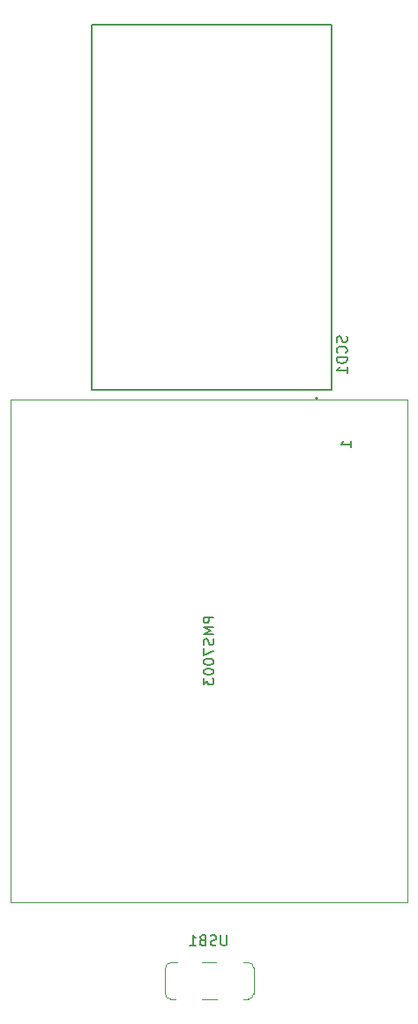
<source format=gbr>
%TF.GenerationSoftware,KiCad,Pcbnew,7.0.1*%
%TF.CreationDate,2023-06-20T23:21:37+02:00*%
%TF.ProjectId,airquality,61697271-7561-46c6-9974-792e6b696361,rev?*%
%TF.SameCoordinates,Original*%
%TF.FileFunction,Legend,Bot*%
%TF.FilePolarity,Positive*%
%FSLAX46Y46*%
G04 Gerber Fmt 4.6, Leading zero omitted, Abs format (unit mm)*
G04 Created by KiCad (PCBNEW 7.0.1) date 2023-06-20 23:21:37*
%MOMM*%
%LPD*%
G01*
G04 APERTURE LIST*
%ADD10C,0.150000*%
%ADD11C,0.120000*%
%ADD12C,0.127000*%
%ADD13C,0.200000*%
%ADD14C,1.000000*%
%ADD15R,1.800000X1.800000*%
%ADD16C,1.800000*%
%ADD17C,0.800000*%
%ADD18O,2.000000X1.000000*%
%ADD19R,1.650000X1.650000*%
%ADD20C,1.650000*%
G04 APERTURE END LIST*
D10*
%TO.C,USB1*%
X21663094Y9422381D02*
X21663094Y8612858D01*
X21663094Y8612858D02*
X21615475Y8517620D01*
X21615475Y8517620D02*
X21567856Y8470000D01*
X21567856Y8470000D02*
X21472618Y8422381D01*
X21472618Y8422381D02*
X21282142Y8422381D01*
X21282142Y8422381D02*
X21186904Y8470000D01*
X21186904Y8470000D02*
X21139285Y8517620D01*
X21139285Y8517620D02*
X21091666Y8612858D01*
X21091666Y8612858D02*
X21091666Y9422381D01*
X20663094Y8470000D02*
X20520237Y8422381D01*
X20520237Y8422381D02*
X20282142Y8422381D01*
X20282142Y8422381D02*
X20186904Y8470000D01*
X20186904Y8470000D02*
X20139285Y8517620D01*
X20139285Y8517620D02*
X20091666Y8612858D01*
X20091666Y8612858D02*
X20091666Y8708096D01*
X20091666Y8708096D02*
X20139285Y8803334D01*
X20139285Y8803334D02*
X20186904Y8850953D01*
X20186904Y8850953D02*
X20282142Y8898572D01*
X20282142Y8898572D02*
X20472618Y8946191D01*
X20472618Y8946191D02*
X20567856Y8993810D01*
X20567856Y8993810D02*
X20615475Y9041429D01*
X20615475Y9041429D02*
X20663094Y9136667D01*
X20663094Y9136667D02*
X20663094Y9231905D01*
X20663094Y9231905D02*
X20615475Y9327143D01*
X20615475Y9327143D02*
X20567856Y9374762D01*
X20567856Y9374762D02*
X20472618Y9422381D01*
X20472618Y9422381D02*
X20234523Y9422381D01*
X20234523Y9422381D02*
X20091666Y9374762D01*
X19329761Y8946191D02*
X19186904Y8898572D01*
X19186904Y8898572D02*
X19139285Y8850953D01*
X19139285Y8850953D02*
X19091666Y8755715D01*
X19091666Y8755715D02*
X19091666Y8612858D01*
X19091666Y8612858D02*
X19139285Y8517620D01*
X19139285Y8517620D02*
X19186904Y8470000D01*
X19186904Y8470000D02*
X19282142Y8422381D01*
X19282142Y8422381D02*
X19663094Y8422381D01*
X19663094Y8422381D02*
X19663094Y9422381D01*
X19663094Y9422381D02*
X19329761Y9422381D01*
X19329761Y9422381D02*
X19234523Y9374762D01*
X19234523Y9374762D02*
X19186904Y9327143D01*
X19186904Y9327143D02*
X19139285Y9231905D01*
X19139285Y9231905D02*
X19139285Y9136667D01*
X19139285Y9136667D02*
X19186904Y9041429D01*
X19186904Y9041429D02*
X19234523Y8993810D01*
X19234523Y8993810D02*
X19329761Y8946191D01*
X19329761Y8946191D02*
X19663094Y8946191D01*
X18139285Y8422381D02*
X18710713Y8422381D01*
X18424999Y8422381D02*
X18424999Y9422381D01*
X18424999Y9422381D02*
X18520237Y9279524D01*
X18520237Y9279524D02*
X18615475Y9184286D01*
X18615475Y9184286D02*
X18710713Y9136667D01*
%TO.C,U3*%
X33630619Y56246286D02*
X33630619Y56817714D01*
X33630619Y56532000D02*
X32630619Y56532000D01*
X32630619Y56532000D02*
X32773476Y56627238D01*
X32773476Y56627238D02*
X32868714Y56722476D01*
X32868714Y56722476D02*
X32916333Y56817714D01*
X20422619Y39934286D02*
X19422619Y39934286D01*
X19422619Y39934286D02*
X19422619Y39553334D01*
X19422619Y39553334D02*
X19470238Y39458096D01*
X19470238Y39458096D02*
X19517857Y39410477D01*
X19517857Y39410477D02*
X19613095Y39362858D01*
X19613095Y39362858D02*
X19755952Y39362858D01*
X19755952Y39362858D02*
X19851190Y39410477D01*
X19851190Y39410477D02*
X19898809Y39458096D01*
X19898809Y39458096D02*
X19946428Y39553334D01*
X19946428Y39553334D02*
X19946428Y39934286D01*
X20422619Y38934286D02*
X19422619Y38934286D01*
X19422619Y38934286D02*
X20136904Y38600953D01*
X20136904Y38600953D02*
X19422619Y38267620D01*
X19422619Y38267620D02*
X20422619Y38267620D01*
X20375000Y37839048D02*
X20422619Y37696191D01*
X20422619Y37696191D02*
X20422619Y37458096D01*
X20422619Y37458096D02*
X20375000Y37362858D01*
X20375000Y37362858D02*
X20327380Y37315239D01*
X20327380Y37315239D02*
X20232142Y37267620D01*
X20232142Y37267620D02*
X20136904Y37267620D01*
X20136904Y37267620D02*
X20041666Y37315239D01*
X20041666Y37315239D02*
X19994047Y37362858D01*
X19994047Y37362858D02*
X19946428Y37458096D01*
X19946428Y37458096D02*
X19898809Y37648572D01*
X19898809Y37648572D02*
X19851190Y37743810D01*
X19851190Y37743810D02*
X19803571Y37791429D01*
X19803571Y37791429D02*
X19708333Y37839048D01*
X19708333Y37839048D02*
X19613095Y37839048D01*
X19613095Y37839048D02*
X19517857Y37791429D01*
X19517857Y37791429D02*
X19470238Y37743810D01*
X19470238Y37743810D02*
X19422619Y37648572D01*
X19422619Y37648572D02*
X19422619Y37410477D01*
X19422619Y37410477D02*
X19470238Y37267620D01*
X19422619Y36934286D02*
X19422619Y36267620D01*
X19422619Y36267620D02*
X20422619Y36696191D01*
X19422619Y35696191D02*
X19422619Y35600953D01*
X19422619Y35600953D02*
X19470238Y35505715D01*
X19470238Y35505715D02*
X19517857Y35458096D01*
X19517857Y35458096D02*
X19613095Y35410477D01*
X19613095Y35410477D02*
X19803571Y35362858D01*
X19803571Y35362858D02*
X20041666Y35362858D01*
X20041666Y35362858D02*
X20232142Y35410477D01*
X20232142Y35410477D02*
X20327380Y35458096D01*
X20327380Y35458096D02*
X20375000Y35505715D01*
X20375000Y35505715D02*
X20422619Y35600953D01*
X20422619Y35600953D02*
X20422619Y35696191D01*
X20422619Y35696191D02*
X20375000Y35791429D01*
X20375000Y35791429D02*
X20327380Y35839048D01*
X20327380Y35839048D02*
X20232142Y35886667D01*
X20232142Y35886667D02*
X20041666Y35934286D01*
X20041666Y35934286D02*
X19803571Y35934286D01*
X19803571Y35934286D02*
X19613095Y35886667D01*
X19613095Y35886667D02*
X19517857Y35839048D01*
X19517857Y35839048D02*
X19470238Y35791429D01*
X19470238Y35791429D02*
X19422619Y35696191D01*
X19422619Y34743810D02*
X19422619Y34648572D01*
X19422619Y34648572D02*
X19470238Y34553334D01*
X19470238Y34553334D02*
X19517857Y34505715D01*
X19517857Y34505715D02*
X19613095Y34458096D01*
X19613095Y34458096D02*
X19803571Y34410477D01*
X19803571Y34410477D02*
X20041666Y34410477D01*
X20041666Y34410477D02*
X20232142Y34458096D01*
X20232142Y34458096D02*
X20327380Y34505715D01*
X20327380Y34505715D02*
X20375000Y34553334D01*
X20375000Y34553334D02*
X20422619Y34648572D01*
X20422619Y34648572D02*
X20422619Y34743810D01*
X20422619Y34743810D02*
X20375000Y34839048D01*
X20375000Y34839048D02*
X20327380Y34886667D01*
X20327380Y34886667D02*
X20232142Y34934286D01*
X20232142Y34934286D02*
X20041666Y34981905D01*
X20041666Y34981905D02*
X19803571Y34981905D01*
X19803571Y34981905D02*
X19613095Y34934286D01*
X19613095Y34934286D02*
X19517857Y34886667D01*
X19517857Y34886667D02*
X19470238Y34839048D01*
X19470238Y34839048D02*
X19422619Y34743810D01*
X19422619Y34077143D02*
X19422619Y33458096D01*
X19422619Y33458096D02*
X19803571Y33791429D01*
X19803571Y33791429D02*
X19803571Y33648572D01*
X19803571Y33648572D02*
X19851190Y33553334D01*
X19851190Y33553334D02*
X19898809Y33505715D01*
X19898809Y33505715D02*
X19994047Y33458096D01*
X19994047Y33458096D02*
X20232142Y33458096D01*
X20232142Y33458096D02*
X20327380Y33505715D01*
X20327380Y33505715D02*
X20375000Y33553334D01*
X20375000Y33553334D02*
X20422619Y33648572D01*
X20422619Y33648572D02*
X20422619Y33934286D01*
X20422619Y33934286D02*
X20375000Y34029524D01*
X20375000Y34029524D02*
X20327380Y34077143D01*
%TO.C,SCD1*%
X33165000Y66886905D02*
X33212619Y66744048D01*
X33212619Y66744048D02*
X33212619Y66505953D01*
X33212619Y66505953D02*
X33165000Y66410715D01*
X33165000Y66410715D02*
X33117380Y66363096D01*
X33117380Y66363096D02*
X33022142Y66315477D01*
X33022142Y66315477D02*
X32926904Y66315477D01*
X32926904Y66315477D02*
X32831666Y66363096D01*
X32831666Y66363096D02*
X32784047Y66410715D01*
X32784047Y66410715D02*
X32736428Y66505953D01*
X32736428Y66505953D02*
X32688809Y66696429D01*
X32688809Y66696429D02*
X32641190Y66791667D01*
X32641190Y66791667D02*
X32593571Y66839286D01*
X32593571Y66839286D02*
X32498333Y66886905D01*
X32498333Y66886905D02*
X32403095Y66886905D01*
X32403095Y66886905D02*
X32307857Y66839286D01*
X32307857Y66839286D02*
X32260238Y66791667D01*
X32260238Y66791667D02*
X32212619Y66696429D01*
X32212619Y66696429D02*
X32212619Y66458334D01*
X32212619Y66458334D02*
X32260238Y66315477D01*
X33117380Y65315477D02*
X33165000Y65363096D01*
X33165000Y65363096D02*
X33212619Y65505953D01*
X33212619Y65505953D02*
X33212619Y65601191D01*
X33212619Y65601191D02*
X33165000Y65744048D01*
X33165000Y65744048D02*
X33069761Y65839286D01*
X33069761Y65839286D02*
X32974523Y65886905D01*
X32974523Y65886905D02*
X32784047Y65934524D01*
X32784047Y65934524D02*
X32641190Y65934524D01*
X32641190Y65934524D02*
X32450714Y65886905D01*
X32450714Y65886905D02*
X32355476Y65839286D01*
X32355476Y65839286D02*
X32260238Y65744048D01*
X32260238Y65744048D02*
X32212619Y65601191D01*
X32212619Y65601191D02*
X32212619Y65505953D01*
X32212619Y65505953D02*
X32260238Y65363096D01*
X32260238Y65363096D02*
X32307857Y65315477D01*
X33212619Y64886905D02*
X32212619Y64886905D01*
X32212619Y64886905D02*
X32212619Y64648810D01*
X32212619Y64648810D02*
X32260238Y64505953D01*
X32260238Y64505953D02*
X32355476Y64410715D01*
X32355476Y64410715D02*
X32450714Y64363096D01*
X32450714Y64363096D02*
X32641190Y64315477D01*
X32641190Y64315477D02*
X32784047Y64315477D01*
X32784047Y64315477D02*
X32974523Y64363096D01*
X32974523Y64363096D02*
X33069761Y64410715D01*
X33069761Y64410715D02*
X33165000Y64505953D01*
X33165000Y64505953D02*
X33212619Y64648810D01*
X33212619Y64648810D02*
X33212619Y64886905D01*
X33212619Y63363096D02*
X33212619Y63934524D01*
X33212619Y63648810D02*
X32212619Y63648810D01*
X32212619Y63648810D02*
X32355476Y63744048D01*
X32355476Y63744048D02*
X32450714Y63839286D01*
X32450714Y63839286D02*
X32498333Y63934524D01*
D11*
%TO.C,USB1*%
X24250000Y3775000D02*
X24250000Y6275000D01*
X23750000Y6775000D02*
X23250000Y6775000D01*
X23250000Y3275000D02*
X23750000Y3275000D01*
X19250000Y3275000D02*
X20750000Y3275000D01*
X19250000Y6775000D02*
X20625000Y6775000D01*
X16875000Y6775000D02*
X16437500Y6775000D01*
X16250000Y3275000D02*
X16750000Y3275000D01*
X15744190Y6171447D02*
X15750000Y3775000D01*
X23750000Y3275000D02*
G75*
G03*
X24250000Y3775000I-1J500001D01*
G01*
X24250000Y6275000D02*
G75*
G03*
X23750000Y6775000I-500001J-1D01*
G01*
X15750000Y3775000D02*
G75*
G03*
X16250000Y3275000I500000J0D01*
G01*
X16437500Y6775000D02*
G75*
G03*
X15744190Y6171447I-83950J-603550D01*
G01*
%TO.C,U3*%
X910000Y12590000D02*
X39010000Y12590000D01*
X39010000Y12590000D02*
X39010000Y60850000D01*
X910000Y60850000D02*
X910000Y12590000D01*
X39010000Y60850000D02*
X910000Y60850000D01*
D12*
%TO.C,SCD1*%
X8700000Y61760000D02*
X31700000Y61760000D01*
X31700000Y61760000D02*
X31700000Y96760000D01*
X8700000Y96760000D02*
X8700000Y61760000D01*
X31700000Y96760000D02*
X8700000Y96760000D01*
D13*
X30400000Y60960000D02*
G75*
G03*
X30400000Y60960000I-100000J0D01*
G01*
%TD*%
D14*
%TO.C,U3*%
X33000000Y55000000D03*
X33000000Y53840000D03*
X31730000Y55000000D03*
X31730000Y53840000D03*
X30460000Y55000000D03*
X30460000Y53840000D03*
X29190000Y55000000D03*
X29190000Y53840000D03*
X27920000Y55000000D03*
X27920000Y53840000D03*
%TD*%
%LPC*%
D15*
%TO.C,D1*%
X35600000Y91600000D03*
D16*
X33060000Y91600000D03*
%TD*%
D17*
%TO.C,USB1*%
X23250000Y5750000D03*
X22300000Y5750000D03*
X21350000Y5750000D03*
X20450000Y5750000D03*
X19550000Y5750000D03*
X17700000Y5750000D03*
X16750000Y5750000D03*
X16750000Y4300000D03*
X17700000Y4300000D03*
X18650000Y4300000D03*
X19550000Y4300000D03*
X20450000Y4300000D03*
X22300000Y4300000D03*
X23250000Y4300000D03*
D18*
X22000000Y3095000D03*
X22000000Y6955000D03*
X18000000Y3095000D03*
X18000000Y6955000D03*
%TD*%
D14*
%TO.C,U3*%
X33000000Y55000000D03*
X33000000Y53840000D03*
X31730000Y55000000D03*
X31730000Y53840000D03*
X30460000Y55000000D03*
X30460000Y53840000D03*
X29190000Y55000000D03*
X29190000Y53840000D03*
X27920000Y55000000D03*
X27920000Y53840000D03*
%TD*%
D19*
%TO.C,SCD1*%
X30300000Y63160000D03*
D20*
X30300000Y65700000D03*
X30300000Y68240000D03*
X30300000Y70780000D03*
X30300000Y73320000D03*
X30300000Y75860000D03*
X30300000Y78400000D03*
%TD*%
M02*

</source>
